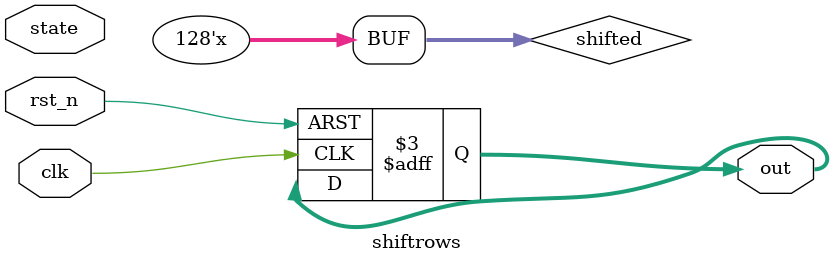
<source format=sv>
module shiftrows (
    input clk,
    input rst_n,
    input [127:0] state,
    output logic [127:0] out
);

logic [127:0] shifted;

always_ff @(posedge clk or negedge rst_n) begin
    if (~rst_n) begin
        out <= 128'h0;
    end else begin
        shifted <= 128'h0;
    end
end

// First row (r = 0) is not shifted
assign shifted[0+:8] = in[0+:8];
assign shifted[32+:8] = in[32+:8];
assign shifted[64+:8] = in[64+:8];
assign shifted[96+:8] = in[96+:8];

// Second row (r = 1) is cyclically left shifted by 1 offset
assign shifted[8+:8] = in[40+:8];
assign shifted[40+:8] = in[72+:8];
assign shifted[72+:8] = in[104+:8];
assign shifted[104+:8] = in[8+:8];

// Third row (r = 2) is cyclically left shifted by 2 offsets
assign shifted[16+:8] = in[80+:8];
assign shifted[48+:8] = in[112+:8];
assign shifted[80+:8] = in[16+:8];
assign shifted[112+:8] = in[48+:8];

// Fourth row (r = 3) is cyclically left shifted by 3 offsets
assign shifted[24+:8] = in[120+:8];
assign shifted[56+:8] = in[24+:8];
assign shifted[88+:8] = in[56+:8];
assign shifted[120+:8] = in[88+:8];

endmodule
</source>
